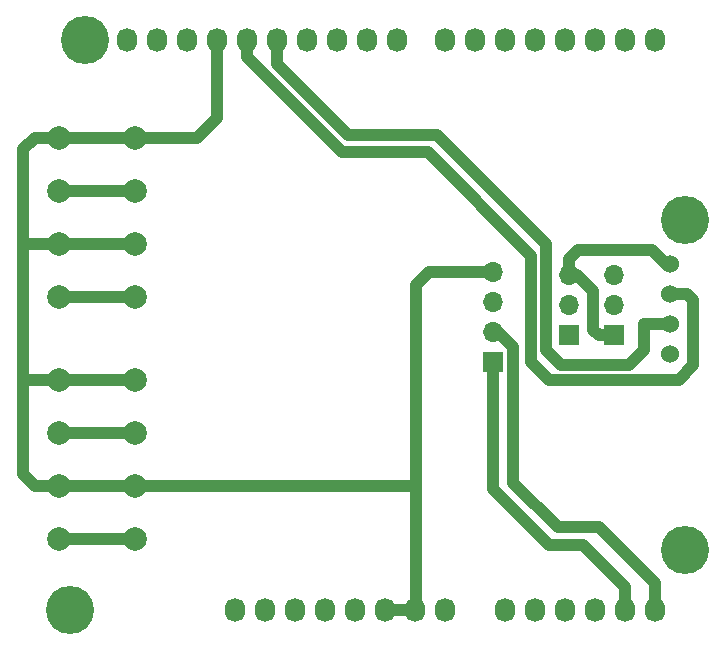
<source format=gbr>
%TF.GenerationSoftware,KiCad,Pcbnew,(5.1.9-0-10_14)*%
%TF.CreationDate,2021-08-16T13:27:39+08:00*%
%TF.ProjectId,arduino_oled_sonic,61726475-696e-46f5-9f6f-6c65645f736f,rev?*%
%TF.SameCoordinates,Original*%
%TF.FileFunction,Copper,L2,Bot*%
%TF.FilePolarity,Positive*%
%FSLAX46Y46*%
G04 Gerber Fmt 4.6, Leading zero omitted, Abs format (unit mm)*
G04 Created by KiCad (PCBNEW (5.1.9-0-10_14)) date 2021-08-16 13:27:39*
%MOMM*%
%LPD*%
G01*
G04 APERTURE LIST*
%TA.AperFunction,ComponentPad*%
%ADD10O,1.700000X1.700000*%
%TD*%
%TA.AperFunction,ComponentPad*%
%ADD11R,1.700000X1.700000*%
%TD*%
%TA.AperFunction,ComponentPad*%
%ADD12C,2.000000*%
%TD*%
%TA.AperFunction,ComponentPad*%
%ADD13C,1.530000*%
%TD*%
%TA.AperFunction,ComponentPad*%
%ADD14O,1.727200X2.032000*%
%TD*%
%TA.AperFunction,ComponentPad*%
%ADD15C,4.064000*%
%TD*%
%TA.AperFunction,Conductor*%
%ADD16C,1.000000*%
%TD*%
G04 APERTURE END LIST*
D10*
%TO.P,J3,3*%
%TO.N,GND*%
X167248000Y-95535000D03*
%TO.P,J3,2*%
%TO.N,+5V*%
X167248000Y-98075000D03*
D11*
%TO.P,J3,1*%
%TO.N,/7*%
X167248000Y-100615000D03*
%TD*%
D10*
%TO.P,J2,3*%
%TO.N,/7*%
X170998000Y-95535000D03*
%TO.P,J2,2*%
%TO.N,+5V*%
X170998000Y-98075000D03*
D11*
%TO.P,J2,1*%
%TO.N,GND*%
X170998000Y-100615000D03*
%TD*%
D12*
%TO.P,SW4,1*%
%TO.N,GND*%
X130498000Y-113365000D03*
%TO.P,SW4,2*%
%TO.N,/8*%
X130498000Y-117865000D03*
%TO.P,SW4,1*%
%TO.N,GND*%
X123998000Y-113365000D03*
%TO.P,SW4,2*%
%TO.N,/8*%
X123998000Y-117865000D03*
%TD*%
%TO.P,SW3,1*%
%TO.N,GND*%
X130498000Y-104365000D03*
%TO.P,SW3,2*%
%TO.N,/9(\u002A\u002A)*%
X130498000Y-108865000D03*
%TO.P,SW3,1*%
%TO.N,GND*%
X123998000Y-104365000D03*
%TO.P,SW3,2*%
%TO.N,/9(\u002A\u002A)*%
X123998000Y-108865000D03*
%TD*%
%TO.P,SW2,1*%
%TO.N,GND*%
X130498000Y-92865000D03*
%TO.P,SW2,2*%
%TO.N,/10(\u002A\u002A/SS)*%
X130498000Y-97365000D03*
%TO.P,SW2,1*%
%TO.N,GND*%
X123998000Y-92865000D03*
%TO.P,SW2,2*%
%TO.N,/10(\u002A\u002A/SS)*%
X123998000Y-97365000D03*
%TD*%
%TO.P,SW1,1*%
%TO.N,GND*%
X130498000Y-83865000D03*
%TO.P,SW1,2*%
%TO.N,/11(\u002A\u002A/MOSI)*%
X130498000Y-88365000D03*
%TO.P,SW1,1*%
%TO.N,GND*%
X123998000Y-83865000D03*
%TO.P,SW1,2*%
%TO.N,/11(\u002A\u002A/MOSI)*%
X123998000Y-88365000D03*
%TD*%
D10*
%TO.P,J1,4*%
%TO.N,GND*%
X160748000Y-95245000D03*
%TO.P,J1,3*%
%TO.N,+3V3*%
X160748000Y-97785000D03*
%TO.P,J1,2*%
%TO.N,/A5(SCL)*%
X160748000Y-100325000D03*
D11*
%TO.P,J1,1*%
%TO.N,/A4(SDA)*%
X160748000Y-102865000D03*
%TD*%
D13*
%TO.P,U1,2*%
%TO.N,/12(MISO)*%
X175748000Y-99635000D03*
%TO.P,U1,3*%
%TO.N,/13(SCK)*%
X175748000Y-97095000D03*
%TO.P,U1,4*%
%TO.N,GND*%
X175748000Y-94555000D03*
%TO.P,U1,1*%
%TO.N,+5V*%
X175748000Y-102175000D03*
%TD*%
D14*
%TO.P,P1,1*%
%TO.N,Net-(P1-Pad1)*%
X138938000Y-123825000D03*
%TO.P,P1,2*%
%TO.N,/IOREF*%
X141478000Y-123825000D03*
%TO.P,P1,3*%
%TO.N,/Reset*%
X144018000Y-123825000D03*
%TO.P,P1,4*%
%TO.N,+3V3*%
X146558000Y-123825000D03*
%TO.P,P1,5*%
%TO.N,+5V*%
X149098000Y-123825000D03*
%TO.P,P1,6*%
%TO.N,GND*%
X151638000Y-123825000D03*
%TO.P,P1,7*%
X154178000Y-123825000D03*
%TO.P,P1,8*%
%TO.N,/Vin*%
X156718000Y-123825000D03*
%TD*%
%TO.P,P2,1*%
%TO.N,/A0*%
X161798000Y-123825000D03*
%TO.P,P2,2*%
%TO.N,/A1*%
X164338000Y-123825000D03*
%TO.P,P2,3*%
%TO.N,/A2*%
X166878000Y-123825000D03*
%TO.P,P2,4*%
%TO.N,/A3*%
X169418000Y-123825000D03*
%TO.P,P2,5*%
%TO.N,/A4(SDA)*%
X171958000Y-123825000D03*
%TO.P,P2,6*%
%TO.N,/A5(SCL)*%
X174498000Y-123825000D03*
%TD*%
%TO.P,P3,1*%
%TO.N,Net-(P3-Pad1)*%
X129794000Y-75565000D03*
%TO.P,P3,2*%
%TO.N,Net-(P3-Pad2)*%
X132334000Y-75565000D03*
%TO.P,P3,3*%
%TO.N,/AREF*%
X134874000Y-75565000D03*
%TO.P,P3,4*%
%TO.N,GND*%
X137414000Y-75565000D03*
%TO.P,P3,5*%
%TO.N,/13(SCK)*%
X139954000Y-75565000D03*
%TO.P,P3,6*%
%TO.N,/12(MISO)*%
X142494000Y-75565000D03*
%TO.P,P3,7*%
%TO.N,/11(\u002A\u002A/MOSI)*%
X145034000Y-75565000D03*
%TO.P,P3,8*%
%TO.N,/10(\u002A\u002A/SS)*%
X147574000Y-75565000D03*
%TO.P,P3,9*%
%TO.N,/9(\u002A\u002A)*%
X150114000Y-75565000D03*
%TO.P,P3,10*%
%TO.N,/8*%
X152654000Y-75565000D03*
%TD*%
%TO.P,P4,1*%
%TO.N,/7*%
X156718000Y-75565000D03*
%TO.P,P4,2*%
%TO.N,/6(\u002A\u002A)*%
X159258000Y-75565000D03*
%TO.P,P4,3*%
%TO.N,/5(\u002A\u002A)*%
X161798000Y-75565000D03*
%TO.P,P4,4*%
%TO.N,/4*%
X164338000Y-75565000D03*
%TO.P,P4,5*%
%TO.N,/3(\u002A\u002A)*%
X166878000Y-75565000D03*
%TO.P,P4,6*%
%TO.N,/2*%
X169418000Y-75565000D03*
%TO.P,P4,7*%
%TO.N,/1(Tx)*%
X171958000Y-75565000D03*
%TO.P,P4,8*%
%TO.N,/0(Rx)*%
X174498000Y-75565000D03*
%TD*%
D15*
%TO.P,P5,1*%
%TO.N,Net-(P5-Pad1)*%
X124968000Y-123825000D03*
%TD*%
%TO.P,P6,1*%
%TO.N,Net-(P6-Pad1)*%
X177038000Y-118745000D03*
%TD*%
%TO.P,P7,1*%
%TO.N,Net-(P7-Pad1)*%
X126238000Y-75565000D03*
%TD*%
%TO.P,P8,1*%
%TO.N,Net-(P8-Pad1)*%
X177038000Y-90805000D03*
%TD*%
D16*
%TO.N,GND*%
X137414000Y-75565000D02*
X137414000Y-82199000D01*
X135748000Y-83865000D02*
X130498000Y-83865000D01*
X137414000Y-82199000D02*
X135748000Y-83865000D01*
X130498000Y-83865000D02*
X123998000Y-83865000D01*
X123998000Y-92865000D02*
X130498000Y-92865000D01*
X130498000Y-104365000D02*
X123998000Y-104365000D01*
X123998000Y-113365000D02*
X130498000Y-113365000D01*
X151638000Y-123825000D02*
X154178000Y-123825000D01*
X130498000Y-113365000D02*
X154248000Y-113365000D01*
X154248000Y-123755000D02*
X154178000Y-123825000D01*
X154248000Y-113365000D02*
X154248000Y-123755000D01*
X154248000Y-113365000D02*
X154248000Y-96365000D01*
X155368000Y-95245000D02*
X160748000Y-95245000D01*
X154248000Y-96365000D02*
X155368000Y-95245000D01*
X167248000Y-95535000D02*
X167918000Y-95535000D01*
X167918000Y-95535000D02*
X169248000Y-96865000D01*
X169248000Y-96865000D02*
X169248000Y-100115000D01*
X169748000Y-100615000D02*
X170998000Y-100615000D01*
X169248000Y-100115000D02*
X169748000Y-100615000D01*
X167248000Y-95535000D02*
X167248000Y-94115000D01*
X167248000Y-94115000D02*
X167998000Y-93365000D01*
X167998000Y-93365000D02*
X174248000Y-93365000D01*
X175438000Y-94555000D02*
X175748000Y-94555000D01*
X174248000Y-93365000D02*
X175438000Y-94555000D01*
X123998000Y-83865000D02*
X121998000Y-83865000D01*
X121998000Y-83865000D02*
X120998000Y-84865000D01*
X121998000Y-113365000D02*
X120998000Y-112365000D01*
X123998000Y-113365000D02*
X121998000Y-113365000D01*
X123998000Y-104365000D02*
X120998000Y-104365000D01*
X120998000Y-104365000D02*
X120998000Y-112365000D01*
X123998000Y-92865000D02*
X121248000Y-92865000D01*
X120998000Y-93115000D02*
X120998000Y-104365000D01*
X121248000Y-92865000D02*
X120998000Y-93115000D01*
X120998000Y-84865000D02*
X120998000Y-93115000D01*
%TO.N,/A4(SDA)*%
X160748000Y-102865000D02*
X160748000Y-113615000D01*
X160748000Y-113615000D02*
X165498000Y-118365000D01*
X168418000Y-118365000D02*
X171958000Y-121905000D01*
X165498000Y-118365000D02*
X168418000Y-118365000D01*
X171958000Y-121905000D02*
X171958000Y-123825000D01*
%TO.N,/A5(SCL)*%
X174498000Y-121615000D02*
X174498000Y-122364999D01*
X174498000Y-123825000D02*
X174498000Y-121615000D01*
X160748000Y-100325000D02*
X161208000Y-100325000D01*
X161208000Y-100325000D02*
X162498000Y-101615000D01*
X162498000Y-101615000D02*
X162498000Y-113115000D01*
X162498000Y-113115000D02*
X166248000Y-116865000D01*
X169748000Y-116865000D02*
X173873000Y-120990000D01*
X166248000Y-116865000D02*
X169748000Y-116865000D01*
X174498000Y-121615000D02*
X173873000Y-120990000D01*
%TO.N,/9(\u002A\u002A)*%
X130498000Y-108865000D02*
X123998000Y-108865000D01*
%TO.N,/8*%
X123998000Y-117865000D02*
X130498000Y-117865000D01*
%TO.N,/13(SCK)*%
X163998000Y-93865000D02*
X155248000Y-85115000D01*
X163998000Y-102865000D02*
X163998000Y-93865000D01*
X147998000Y-85115000D02*
X139954000Y-77071000D01*
X176498000Y-104365000D02*
X165498000Y-104365000D01*
X177748000Y-103115000D02*
X176498000Y-104365000D01*
X139954000Y-77071000D02*
X139954000Y-75565000D01*
X165498000Y-104365000D02*
X163998000Y-102865000D01*
X177748000Y-97615000D02*
X177748000Y-103115000D01*
X177228000Y-97095000D02*
X177748000Y-97615000D01*
X155248000Y-85115000D02*
X147998000Y-85115000D01*
X175748000Y-97095000D02*
X177228000Y-97095000D01*
%TO.N,/10(\u002A\u002A/SS)*%
X130498000Y-97365000D02*
X123998000Y-97365000D01*
%TO.N,/12(MISO)*%
X142494000Y-77611000D02*
X142494000Y-75565000D01*
X148498000Y-83615000D02*
X142494000Y-77611000D01*
X175748000Y-99635000D02*
X173518000Y-99635000D01*
X173518000Y-99635000D02*
X173518000Y-101845000D01*
X173518000Y-101845000D02*
X172248000Y-103115000D01*
X172248000Y-103115000D02*
X166498000Y-103115000D01*
X166498000Y-103115000D02*
X165248000Y-101865000D01*
X165248000Y-92865000D02*
X155998000Y-83615000D01*
X165248000Y-101865000D02*
X165248000Y-92865000D01*
X155998000Y-83615000D02*
X148498000Y-83615000D01*
%TO.N,/11(\u002A\u002A/MOSI)*%
X123998000Y-88365000D02*
X130498000Y-88365000D01*
%TD*%
M02*

</source>
